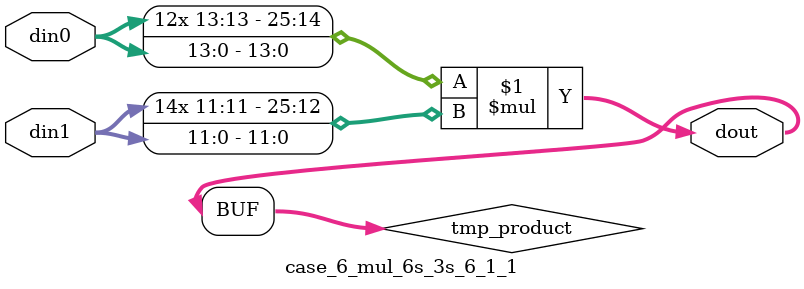
<source format=v>

`timescale 1 ns / 1 ps

 module case_6_mul_6s_3s_6_1_1(din0, din1, dout);
parameter ID = 1;
parameter NUM_STAGE = 0;
parameter din0_WIDTH = 14;
parameter din1_WIDTH = 12;
parameter dout_WIDTH = 26;

input [din0_WIDTH - 1 : 0] din0; 
input [din1_WIDTH - 1 : 0] din1; 
output [dout_WIDTH - 1 : 0] dout;

wire signed [dout_WIDTH - 1 : 0] tmp_product;



























assign tmp_product = $signed(din0) * $signed(din1);








assign dout = tmp_product;





















endmodule

</source>
